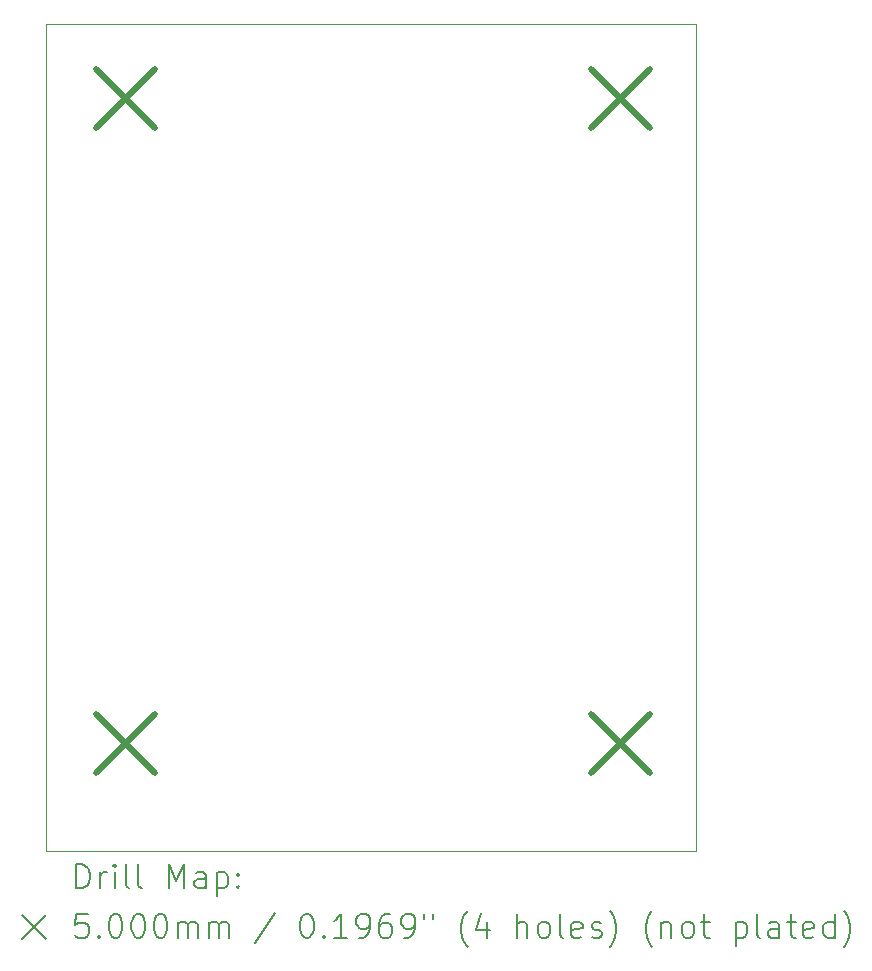
<source format=gbr>
%TF.GenerationSoftware,KiCad,Pcbnew,7.0.7*%
%TF.CreationDate,2023-11-10T11:02:05-07:00*%
%TF.ProjectId,RatGDO-OpenSource-D1Mini-ESP32,52617447-444f-42d4-9f70-656e536f7572,rev?*%
%TF.SameCoordinates,Original*%
%TF.FileFunction,Drillmap*%
%TF.FilePolarity,Positive*%
%FSLAX45Y45*%
G04 Gerber Fmt 4.5, Leading zero omitted, Abs format (unit mm)*
G04 Created by KiCad (PCBNEW 7.0.7) date 2023-11-10 11:02:05*
%MOMM*%
%LPD*%
G01*
G04 APERTURE LIST*
%ADD10C,0.100000*%
%ADD11C,0.200000*%
%ADD12C,0.500000*%
G04 APERTURE END LIST*
D10*
X11391000Y-5715000D02*
X16891000Y-5715000D01*
X16891000Y-12715000D01*
X11391000Y-12715000D01*
X11391000Y-5715000D01*
D11*
D12*
X11815000Y-6100000D02*
X12315000Y-6600000D01*
X12315000Y-6100000D02*
X11815000Y-6600000D01*
X11815000Y-11561000D02*
X12315000Y-12061000D01*
X12315000Y-11561000D02*
X11815000Y-12061000D01*
X16006000Y-6100000D02*
X16506000Y-6600000D01*
X16506000Y-6100000D02*
X16006000Y-6600000D01*
X16006000Y-11561000D02*
X16506000Y-12061000D01*
X16506000Y-11561000D02*
X16006000Y-12061000D01*
D11*
X11646777Y-13031484D02*
X11646777Y-12831484D01*
X11646777Y-12831484D02*
X11694396Y-12831484D01*
X11694396Y-12831484D02*
X11722967Y-12841008D01*
X11722967Y-12841008D02*
X11742015Y-12860055D01*
X11742015Y-12860055D02*
X11751539Y-12879103D01*
X11751539Y-12879103D02*
X11761062Y-12917198D01*
X11761062Y-12917198D02*
X11761062Y-12945769D01*
X11761062Y-12945769D02*
X11751539Y-12983865D01*
X11751539Y-12983865D02*
X11742015Y-13002912D01*
X11742015Y-13002912D02*
X11722967Y-13021960D01*
X11722967Y-13021960D02*
X11694396Y-13031484D01*
X11694396Y-13031484D02*
X11646777Y-13031484D01*
X11846777Y-13031484D02*
X11846777Y-12898150D01*
X11846777Y-12936246D02*
X11856301Y-12917198D01*
X11856301Y-12917198D02*
X11865824Y-12907674D01*
X11865824Y-12907674D02*
X11884872Y-12898150D01*
X11884872Y-12898150D02*
X11903920Y-12898150D01*
X11970586Y-13031484D02*
X11970586Y-12898150D01*
X11970586Y-12831484D02*
X11961062Y-12841008D01*
X11961062Y-12841008D02*
X11970586Y-12850531D01*
X11970586Y-12850531D02*
X11980110Y-12841008D01*
X11980110Y-12841008D02*
X11970586Y-12831484D01*
X11970586Y-12831484D02*
X11970586Y-12850531D01*
X12094396Y-13031484D02*
X12075348Y-13021960D01*
X12075348Y-13021960D02*
X12065824Y-13002912D01*
X12065824Y-13002912D02*
X12065824Y-12831484D01*
X12199158Y-13031484D02*
X12180110Y-13021960D01*
X12180110Y-13021960D02*
X12170586Y-13002912D01*
X12170586Y-13002912D02*
X12170586Y-12831484D01*
X12427729Y-13031484D02*
X12427729Y-12831484D01*
X12427729Y-12831484D02*
X12494396Y-12974341D01*
X12494396Y-12974341D02*
X12561062Y-12831484D01*
X12561062Y-12831484D02*
X12561062Y-13031484D01*
X12742015Y-13031484D02*
X12742015Y-12926722D01*
X12742015Y-12926722D02*
X12732491Y-12907674D01*
X12732491Y-12907674D02*
X12713443Y-12898150D01*
X12713443Y-12898150D02*
X12675348Y-12898150D01*
X12675348Y-12898150D02*
X12656301Y-12907674D01*
X12742015Y-13021960D02*
X12722967Y-13031484D01*
X12722967Y-13031484D02*
X12675348Y-13031484D01*
X12675348Y-13031484D02*
X12656301Y-13021960D01*
X12656301Y-13021960D02*
X12646777Y-13002912D01*
X12646777Y-13002912D02*
X12646777Y-12983865D01*
X12646777Y-12983865D02*
X12656301Y-12964817D01*
X12656301Y-12964817D02*
X12675348Y-12955293D01*
X12675348Y-12955293D02*
X12722967Y-12955293D01*
X12722967Y-12955293D02*
X12742015Y-12945769D01*
X12837253Y-12898150D02*
X12837253Y-13098150D01*
X12837253Y-12907674D02*
X12856301Y-12898150D01*
X12856301Y-12898150D02*
X12894396Y-12898150D01*
X12894396Y-12898150D02*
X12913443Y-12907674D01*
X12913443Y-12907674D02*
X12922967Y-12917198D01*
X12922967Y-12917198D02*
X12932491Y-12936246D01*
X12932491Y-12936246D02*
X12932491Y-12993388D01*
X12932491Y-12993388D02*
X12922967Y-13012436D01*
X12922967Y-13012436D02*
X12913443Y-13021960D01*
X12913443Y-13021960D02*
X12894396Y-13031484D01*
X12894396Y-13031484D02*
X12856301Y-13031484D01*
X12856301Y-13031484D02*
X12837253Y-13021960D01*
X13018205Y-13012436D02*
X13027729Y-13021960D01*
X13027729Y-13021960D02*
X13018205Y-13031484D01*
X13018205Y-13031484D02*
X13008682Y-13021960D01*
X13008682Y-13021960D02*
X13018205Y-13012436D01*
X13018205Y-13012436D02*
X13018205Y-13031484D01*
X13018205Y-12907674D02*
X13027729Y-12917198D01*
X13027729Y-12917198D02*
X13018205Y-12926722D01*
X13018205Y-12926722D02*
X13008682Y-12917198D01*
X13008682Y-12917198D02*
X13018205Y-12907674D01*
X13018205Y-12907674D02*
X13018205Y-12926722D01*
X11186000Y-13260000D02*
X11386000Y-13460000D01*
X11386000Y-13260000D02*
X11186000Y-13460000D01*
X11742015Y-13251484D02*
X11646777Y-13251484D01*
X11646777Y-13251484D02*
X11637253Y-13346722D01*
X11637253Y-13346722D02*
X11646777Y-13337198D01*
X11646777Y-13337198D02*
X11665824Y-13327674D01*
X11665824Y-13327674D02*
X11713443Y-13327674D01*
X11713443Y-13327674D02*
X11732491Y-13337198D01*
X11732491Y-13337198D02*
X11742015Y-13346722D01*
X11742015Y-13346722D02*
X11751539Y-13365769D01*
X11751539Y-13365769D02*
X11751539Y-13413388D01*
X11751539Y-13413388D02*
X11742015Y-13432436D01*
X11742015Y-13432436D02*
X11732491Y-13441960D01*
X11732491Y-13441960D02*
X11713443Y-13451484D01*
X11713443Y-13451484D02*
X11665824Y-13451484D01*
X11665824Y-13451484D02*
X11646777Y-13441960D01*
X11646777Y-13441960D02*
X11637253Y-13432436D01*
X11837253Y-13432436D02*
X11846777Y-13441960D01*
X11846777Y-13441960D02*
X11837253Y-13451484D01*
X11837253Y-13451484D02*
X11827729Y-13441960D01*
X11827729Y-13441960D02*
X11837253Y-13432436D01*
X11837253Y-13432436D02*
X11837253Y-13451484D01*
X11970586Y-13251484D02*
X11989634Y-13251484D01*
X11989634Y-13251484D02*
X12008682Y-13261008D01*
X12008682Y-13261008D02*
X12018205Y-13270531D01*
X12018205Y-13270531D02*
X12027729Y-13289579D01*
X12027729Y-13289579D02*
X12037253Y-13327674D01*
X12037253Y-13327674D02*
X12037253Y-13375293D01*
X12037253Y-13375293D02*
X12027729Y-13413388D01*
X12027729Y-13413388D02*
X12018205Y-13432436D01*
X12018205Y-13432436D02*
X12008682Y-13441960D01*
X12008682Y-13441960D02*
X11989634Y-13451484D01*
X11989634Y-13451484D02*
X11970586Y-13451484D01*
X11970586Y-13451484D02*
X11951539Y-13441960D01*
X11951539Y-13441960D02*
X11942015Y-13432436D01*
X11942015Y-13432436D02*
X11932491Y-13413388D01*
X11932491Y-13413388D02*
X11922967Y-13375293D01*
X11922967Y-13375293D02*
X11922967Y-13327674D01*
X11922967Y-13327674D02*
X11932491Y-13289579D01*
X11932491Y-13289579D02*
X11942015Y-13270531D01*
X11942015Y-13270531D02*
X11951539Y-13261008D01*
X11951539Y-13261008D02*
X11970586Y-13251484D01*
X12161062Y-13251484D02*
X12180110Y-13251484D01*
X12180110Y-13251484D02*
X12199158Y-13261008D01*
X12199158Y-13261008D02*
X12208682Y-13270531D01*
X12208682Y-13270531D02*
X12218205Y-13289579D01*
X12218205Y-13289579D02*
X12227729Y-13327674D01*
X12227729Y-13327674D02*
X12227729Y-13375293D01*
X12227729Y-13375293D02*
X12218205Y-13413388D01*
X12218205Y-13413388D02*
X12208682Y-13432436D01*
X12208682Y-13432436D02*
X12199158Y-13441960D01*
X12199158Y-13441960D02*
X12180110Y-13451484D01*
X12180110Y-13451484D02*
X12161062Y-13451484D01*
X12161062Y-13451484D02*
X12142015Y-13441960D01*
X12142015Y-13441960D02*
X12132491Y-13432436D01*
X12132491Y-13432436D02*
X12122967Y-13413388D01*
X12122967Y-13413388D02*
X12113443Y-13375293D01*
X12113443Y-13375293D02*
X12113443Y-13327674D01*
X12113443Y-13327674D02*
X12122967Y-13289579D01*
X12122967Y-13289579D02*
X12132491Y-13270531D01*
X12132491Y-13270531D02*
X12142015Y-13261008D01*
X12142015Y-13261008D02*
X12161062Y-13251484D01*
X12351539Y-13251484D02*
X12370586Y-13251484D01*
X12370586Y-13251484D02*
X12389634Y-13261008D01*
X12389634Y-13261008D02*
X12399158Y-13270531D01*
X12399158Y-13270531D02*
X12408682Y-13289579D01*
X12408682Y-13289579D02*
X12418205Y-13327674D01*
X12418205Y-13327674D02*
X12418205Y-13375293D01*
X12418205Y-13375293D02*
X12408682Y-13413388D01*
X12408682Y-13413388D02*
X12399158Y-13432436D01*
X12399158Y-13432436D02*
X12389634Y-13441960D01*
X12389634Y-13441960D02*
X12370586Y-13451484D01*
X12370586Y-13451484D02*
X12351539Y-13451484D01*
X12351539Y-13451484D02*
X12332491Y-13441960D01*
X12332491Y-13441960D02*
X12322967Y-13432436D01*
X12322967Y-13432436D02*
X12313443Y-13413388D01*
X12313443Y-13413388D02*
X12303920Y-13375293D01*
X12303920Y-13375293D02*
X12303920Y-13327674D01*
X12303920Y-13327674D02*
X12313443Y-13289579D01*
X12313443Y-13289579D02*
X12322967Y-13270531D01*
X12322967Y-13270531D02*
X12332491Y-13261008D01*
X12332491Y-13261008D02*
X12351539Y-13251484D01*
X12503920Y-13451484D02*
X12503920Y-13318150D01*
X12503920Y-13337198D02*
X12513443Y-13327674D01*
X12513443Y-13327674D02*
X12532491Y-13318150D01*
X12532491Y-13318150D02*
X12561063Y-13318150D01*
X12561063Y-13318150D02*
X12580110Y-13327674D01*
X12580110Y-13327674D02*
X12589634Y-13346722D01*
X12589634Y-13346722D02*
X12589634Y-13451484D01*
X12589634Y-13346722D02*
X12599158Y-13327674D01*
X12599158Y-13327674D02*
X12618205Y-13318150D01*
X12618205Y-13318150D02*
X12646777Y-13318150D01*
X12646777Y-13318150D02*
X12665824Y-13327674D01*
X12665824Y-13327674D02*
X12675348Y-13346722D01*
X12675348Y-13346722D02*
X12675348Y-13451484D01*
X12770586Y-13451484D02*
X12770586Y-13318150D01*
X12770586Y-13337198D02*
X12780110Y-13327674D01*
X12780110Y-13327674D02*
X12799158Y-13318150D01*
X12799158Y-13318150D02*
X12827729Y-13318150D01*
X12827729Y-13318150D02*
X12846777Y-13327674D01*
X12846777Y-13327674D02*
X12856301Y-13346722D01*
X12856301Y-13346722D02*
X12856301Y-13451484D01*
X12856301Y-13346722D02*
X12865824Y-13327674D01*
X12865824Y-13327674D02*
X12884872Y-13318150D01*
X12884872Y-13318150D02*
X12913443Y-13318150D01*
X12913443Y-13318150D02*
X12932491Y-13327674D01*
X12932491Y-13327674D02*
X12942015Y-13346722D01*
X12942015Y-13346722D02*
X12942015Y-13451484D01*
X13332491Y-13241960D02*
X13161063Y-13499103D01*
X13589634Y-13251484D02*
X13608682Y-13251484D01*
X13608682Y-13251484D02*
X13627729Y-13261008D01*
X13627729Y-13261008D02*
X13637253Y-13270531D01*
X13637253Y-13270531D02*
X13646777Y-13289579D01*
X13646777Y-13289579D02*
X13656301Y-13327674D01*
X13656301Y-13327674D02*
X13656301Y-13375293D01*
X13656301Y-13375293D02*
X13646777Y-13413388D01*
X13646777Y-13413388D02*
X13637253Y-13432436D01*
X13637253Y-13432436D02*
X13627729Y-13441960D01*
X13627729Y-13441960D02*
X13608682Y-13451484D01*
X13608682Y-13451484D02*
X13589634Y-13451484D01*
X13589634Y-13451484D02*
X13570586Y-13441960D01*
X13570586Y-13441960D02*
X13561063Y-13432436D01*
X13561063Y-13432436D02*
X13551539Y-13413388D01*
X13551539Y-13413388D02*
X13542015Y-13375293D01*
X13542015Y-13375293D02*
X13542015Y-13327674D01*
X13542015Y-13327674D02*
X13551539Y-13289579D01*
X13551539Y-13289579D02*
X13561063Y-13270531D01*
X13561063Y-13270531D02*
X13570586Y-13261008D01*
X13570586Y-13261008D02*
X13589634Y-13251484D01*
X13742015Y-13432436D02*
X13751539Y-13441960D01*
X13751539Y-13441960D02*
X13742015Y-13451484D01*
X13742015Y-13451484D02*
X13732491Y-13441960D01*
X13732491Y-13441960D02*
X13742015Y-13432436D01*
X13742015Y-13432436D02*
X13742015Y-13451484D01*
X13942015Y-13451484D02*
X13827729Y-13451484D01*
X13884872Y-13451484D02*
X13884872Y-13251484D01*
X13884872Y-13251484D02*
X13865825Y-13280055D01*
X13865825Y-13280055D02*
X13846777Y-13299103D01*
X13846777Y-13299103D02*
X13827729Y-13308627D01*
X14037253Y-13451484D02*
X14075348Y-13451484D01*
X14075348Y-13451484D02*
X14094396Y-13441960D01*
X14094396Y-13441960D02*
X14103920Y-13432436D01*
X14103920Y-13432436D02*
X14122967Y-13403865D01*
X14122967Y-13403865D02*
X14132491Y-13365769D01*
X14132491Y-13365769D02*
X14132491Y-13289579D01*
X14132491Y-13289579D02*
X14122967Y-13270531D01*
X14122967Y-13270531D02*
X14113444Y-13261008D01*
X14113444Y-13261008D02*
X14094396Y-13251484D01*
X14094396Y-13251484D02*
X14056301Y-13251484D01*
X14056301Y-13251484D02*
X14037253Y-13261008D01*
X14037253Y-13261008D02*
X14027729Y-13270531D01*
X14027729Y-13270531D02*
X14018206Y-13289579D01*
X14018206Y-13289579D02*
X14018206Y-13337198D01*
X14018206Y-13337198D02*
X14027729Y-13356246D01*
X14027729Y-13356246D02*
X14037253Y-13365769D01*
X14037253Y-13365769D02*
X14056301Y-13375293D01*
X14056301Y-13375293D02*
X14094396Y-13375293D01*
X14094396Y-13375293D02*
X14113444Y-13365769D01*
X14113444Y-13365769D02*
X14122967Y-13356246D01*
X14122967Y-13356246D02*
X14132491Y-13337198D01*
X14303920Y-13251484D02*
X14265825Y-13251484D01*
X14265825Y-13251484D02*
X14246777Y-13261008D01*
X14246777Y-13261008D02*
X14237253Y-13270531D01*
X14237253Y-13270531D02*
X14218206Y-13299103D01*
X14218206Y-13299103D02*
X14208682Y-13337198D01*
X14208682Y-13337198D02*
X14208682Y-13413388D01*
X14208682Y-13413388D02*
X14218206Y-13432436D01*
X14218206Y-13432436D02*
X14227729Y-13441960D01*
X14227729Y-13441960D02*
X14246777Y-13451484D01*
X14246777Y-13451484D02*
X14284872Y-13451484D01*
X14284872Y-13451484D02*
X14303920Y-13441960D01*
X14303920Y-13441960D02*
X14313444Y-13432436D01*
X14313444Y-13432436D02*
X14322967Y-13413388D01*
X14322967Y-13413388D02*
X14322967Y-13365769D01*
X14322967Y-13365769D02*
X14313444Y-13346722D01*
X14313444Y-13346722D02*
X14303920Y-13337198D01*
X14303920Y-13337198D02*
X14284872Y-13327674D01*
X14284872Y-13327674D02*
X14246777Y-13327674D01*
X14246777Y-13327674D02*
X14227729Y-13337198D01*
X14227729Y-13337198D02*
X14218206Y-13346722D01*
X14218206Y-13346722D02*
X14208682Y-13365769D01*
X14418206Y-13451484D02*
X14456301Y-13451484D01*
X14456301Y-13451484D02*
X14475348Y-13441960D01*
X14475348Y-13441960D02*
X14484872Y-13432436D01*
X14484872Y-13432436D02*
X14503920Y-13403865D01*
X14503920Y-13403865D02*
X14513444Y-13365769D01*
X14513444Y-13365769D02*
X14513444Y-13289579D01*
X14513444Y-13289579D02*
X14503920Y-13270531D01*
X14503920Y-13270531D02*
X14494396Y-13261008D01*
X14494396Y-13261008D02*
X14475348Y-13251484D01*
X14475348Y-13251484D02*
X14437253Y-13251484D01*
X14437253Y-13251484D02*
X14418206Y-13261008D01*
X14418206Y-13261008D02*
X14408682Y-13270531D01*
X14408682Y-13270531D02*
X14399158Y-13289579D01*
X14399158Y-13289579D02*
X14399158Y-13337198D01*
X14399158Y-13337198D02*
X14408682Y-13356246D01*
X14408682Y-13356246D02*
X14418206Y-13365769D01*
X14418206Y-13365769D02*
X14437253Y-13375293D01*
X14437253Y-13375293D02*
X14475348Y-13375293D01*
X14475348Y-13375293D02*
X14494396Y-13365769D01*
X14494396Y-13365769D02*
X14503920Y-13356246D01*
X14503920Y-13356246D02*
X14513444Y-13337198D01*
X14589634Y-13251484D02*
X14589634Y-13289579D01*
X14665825Y-13251484D02*
X14665825Y-13289579D01*
X14961063Y-13527674D02*
X14951539Y-13518150D01*
X14951539Y-13518150D02*
X14932491Y-13489579D01*
X14932491Y-13489579D02*
X14922968Y-13470531D01*
X14922968Y-13470531D02*
X14913444Y-13441960D01*
X14913444Y-13441960D02*
X14903920Y-13394341D01*
X14903920Y-13394341D02*
X14903920Y-13356246D01*
X14903920Y-13356246D02*
X14913444Y-13308627D01*
X14913444Y-13308627D02*
X14922968Y-13280055D01*
X14922968Y-13280055D02*
X14932491Y-13261008D01*
X14932491Y-13261008D02*
X14951539Y-13232436D01*
X14951539Y-13232436D02*
X14961063Y-13222912D01*
X15122968Y-13318150D02*
X15122968Y-13451484D01*
X15075348Y-13241960D02*
X15027729Y-13384817D01*
X15027729Y-13384817D02*
X15151539Y-13384817D01*
X15380110Y-13451484D02*
X15380110Y-13251484D01*
X15465825Y-13451484D02*
X15465825Y-13346722D01*
X15465825Y-13346722D02*
X15456301Y-13327674D01*
X15456301Y-13327674D02*
X15437253Y-13318150D01*
X15437253Y-13318150D02*
X15408682Y-13318150D01*
X15408682Y-13318150D02*
X15389634Y-13327674D01*
X15389634Y-13327674D02*
X15380110Y-13337198D01*
X15589634Y-13451484D02*
X15570587Y-13441960D01*
X15570587Y-13441960D02*
X15561063Y-13432436D01*
X15561063Y-13432436D02*
X15551539Y-13413388D01*
X15551539Y-13413388D02*
X15551539Y-13356246D01*
X15551539Y-13356246D02*
X15561063Y-13337198D01*
X15561063Y-13337198D02*
X15570587Y-13327674D01*
X15570587Y-13327674D02*
X15589634Y-13318150D01*
X15589634Y-13318150D02*
X15618206Y-13318150D01*
X15618206Y-13318150D02*
X15637253Y-13327674D01*
X15637253Y-13327674D02*
X15646777Y-13337198D01*
X15646777Y-13337198D02*
X15656301Y-13356246D01*
X15656301Y-13356246D02*
X15656301Y-13413388D01*
X15656301Y-13413388D02*
X15646777Y-13432436D01*
X15646777Y-13432436D02*
X15637253Y-13441960D01*
X15637253Y-13441960D02*
X15618206Y-13451484D01*
X15618206Y-13451484D02*
X15589634Y-13451484D01*
X15770587Y-13451484D02*
X15751539Y-13441960D01*
X15751539Y-13441960D02*
X15742015Y-13422912D01*
X15742015Y-13422912D02*
X15742015Y-13251484D01*
X15922968Y-13441960D02*
X15903920Y-13451484D01*
X15903920Y-13451484D02*
X15865825Y-13451484D01*
X15865825Y-13451484D02*
X15846777Y-13441960D01*
X15846777Y-13441960D02*
X15837253Y-13422912D01*
X15837253Y-13422912D02*
X15837253Y-13346722D01*
X15837253Y-13346722D02*
X15846777Y-13327674D01*
X15846777Y-13327674D02*
X15865825Y-13318150D01*
X15865825Y-13318150D02*
X15903920Y-13318150D01*
X15903920Y-13318150D02*
X15922968Y-13327674D01*
X15922968Y-13327674D02*
X15932491Y-13346722D01*
X15932491Y-13346722D02*
X15932491Y-13365769D01*
X15932491Y-13365769D02*
X15837253Y-13384817D01*
X16008682Y-13441960D02*
X16027730Y-13451484D01*
X16027730Y-13451484D02*
X16065825Y-13451484D01*
X16065825Y-13451484D02*
X16084872Y-13441960D01*
X16084872Y-13441960D02*
X16094396Y-13422912D01*
X16094396Y-13422912D02*
X16094396Y-13413388D01*
X16094396Y-13413388D02*
X16084872Y-13394341D01*
X16084872Y-13394341D02*
X16065825Y-13384817D01*
X16065825Y-13384817D02*
X16037253Y-13384817D01*
X16037253Y-13384817D02*
X16018206Y-13375293D01*
X16018206Y-13375293D02*
X16008682Y-13356246D01*
X16008682Y-13356246D02*
X16008682Y-13346722D01*
X16008682Y-13346722D02*
X16018206Y-13327674D01*
X16018206Y-13327674D02*
X16037253Y-13318150D01*
X16037253Y-13318150D02*
X16065825Y-13318150D01*
X16065825Y-13318150D02*
X16084872Y-13327674D01*
X16161063Y-13527674D02*
X16170587Y-13518150D01*
X16170587Y-13518150D02*
X16189634Y-13489579D01*
X16189634Y-13489579D02*
X16199158Y-13470531D01*
X16199158Y-13470531D02*
X16208682Y-13441960D01*
X16208682Y-13441960D02*
X16218206Y-13394341D01*
X16218206Y-13394341D02*
X16218206Y-13356246D01*
X16218206Y-13356246D02*
X16208682Y-13308627D01*
X16208682Y-13308627D02*
X16199158Y-13280055D01*
X16199158Y-13280055D02*
X16189634Y-13261008D01*
X16189634Y-13261008D02*
X16170587Y-13232436D01*
X16170587Y-13232436D02*
X16161063Y-13222912D01*
X16522968Y-13527674D02*
X16513444Y-13518150D01*
X16513444Y-13518150D02*
X16494396Y-13489579D01*
X16494396Y-13489579D02*
X16484872Y-13470531D01*
X16484872Y-13470531D02*
X16475349Y-13441960D01*
X16475349Y-13441960D02*
X16465825Y-13394341D01*
X16465825Y-13394341D02*
X16465825Y-13356246D01*
X16465825Y-13356246D02*
X16475349Y-13308627D01*
X16475349Y-13308627D02*
X16484872Y-13280055D01*
X16484872Y-13280055D02*
X16494396Y-13261008D01*
X16494396Y-13261008D02*
X16513444Y-13232436D01*
X16513444Y-13232436D02*
X16522968Y-13222912D01*
X16599158Y-13318150D02*
X16599158Y-13451484D01*
X16599158Y-13337198D02*
X16608682Y-13327674D01*
X16608682Y-13327674D02*
X16627730Y-13318150D01*
X16627730Y-13318150D02*
X16656301Y-13318150D01*
X16656301Y-13318150D02*
X16675349Y-13327674D01*
X16675349Y-13327674D02*
X16684872Y-13346722D01*
X16684872Y-13346722D02*
X16684872Y-13451484D01*
X16808682Y-13451484D02*
X16789634Y-13441960D01*
X16789634Y-13441960D02*
X16780111Y-13432436D01*
X16780111Y-13432436D02*
X16770587Y-13413388D01*
X16770587Y-13413388D02*
X16770587Y-13356246D01*
X16770587Y-13356246D02*
X16780111Y-13337198D01*
X16780111Y-13337198D02*
X16789634Y-13327674D01*
X16789634Y-13327674D02*
X16808682Y-13318150D01*
X16808682Y-13318150D02*
X16837254Y-13318150D01*
X16837254Y-13318150D02*
X16856301Y-13327674D01*
X16856301Y-13327674D02*
X16865825Y-13337198D01*
X16865825Y-13337198D02*
X16875349Y-13356246D01*
X16875349Y-13356246D02*
X16875349Y-13413388D01*
X16875349Y-13413388D02*
X16865825Y-13432436D01*
X16865825Y-13432436D02*
X16856301Y-13441960D01*
X16856301Y-13441960D02*
X16837254Y-13451484D01*
X16837254Y-13451484D02*
X16808682Y-13451484D01*
X16932492Y-13318150D02*
X17008682Y-13318150D01*
X16961063Y-13251484D02*
X16961063Y-13422912D01*
X16961063Y-13422912D02*
X16970587Y-13441960D01*
X16970587Y-13441960D02*
X16989634Y-13451484D01*
X16989634Y-13451484D02*
X17008682Y-13451484D01*
X17227730Y-13318150D02*
X17227730Y-13518150D01*
X17227730Y-13327674D02*
X17246777Y-13318150D01*
X17246777Y-13318150D02*
X17284873Y-13318150D01*
X17284873Y-13318150D02*
X17303920Y-13327674D01*
X17303920Y-13327674D02*
X17313444Y-13337198D01*
X17313444Y-13337198D02*
X17322968Y-13356246D01*
X17322968Y-13356246D02*
X17322968Y-13413388D01*
X17322968Y-13413388D02*
X17313444Y-13432436D01*
X17313444Y-13432436D02*
X17303920Y-13441960D01*
X17303920Y-13441960D02*
X17284873Y-13451484D01*
X17284873Y-13451484D02*
X17246777Y-13451484D01*
X17246777Y-13451484D02*
X17227730Y-13441960D01*
X17437254Y-13451484D02*
X17418206Y-13441960D01*
X17418206Y-13441960D02*
X17408682Y-13422912D01*
X17408682Y-13422912D02*
X17408682Y-13251484D01*
X17599158Y-13451484D02*
X17599158Y-13346722D01*
X17599158Y-13346722D02*
X17589635Y-13327674D01*
X17589635Y-13327674D02*
X17570587Y-13318150D01*
X17570587Y-13318150D02*
X17532492Y-13318150D01*
X17532492Y-13318150D02*
X17513444Y-13327674D01*
X17599158Y-13441960D02*
X17580111Y-13451484D01*
X17580111Y-13451484D02*
X17532492Y-13451484D01*
X17532492Y-13451484D02*
X17513444Y-13441960D01*
X17513444Y-13441960D02*
X17503920Y-13422912D01*
X17503920Y-13422912D02*
X17503920Y-13403865D01*
X17503920Y-13403865D02*
X17513444Y-13384817D01*
X17513444Y-13384817D02*
X17532492Y-13375293D01*
X17532492Y-13375293D02*
X17580111Y-13375293D01*
X17580111Y-13375293D02*
X17599158Y-13365769D01*
X17665825Y-13318150D02*
X17742015Y-13318150D01*
X17694396Y-13251484D02*
X17694396Y-13422912D01*
X17694396Y-13422912D02*
X17703920Y-13441960D01*
X17703920Y-13441960D02*
X17722968Y-13451484D01*
X17722968Y-13451484D02*
X17742015Y-13451484D01*
X17884873Y-13441960D02*
X17865825Y-13451484D01*
X17865825Y-13451484D02*
X17827730Y-13451484D01*
X17827730Y-13451484D02*
X17808682Y-13441960D01*
X17808682Y-13441960D02*
X17799158Y-13422912D01*
X17799158Y-13422912D02*
X17799158Y-13346722D01*
X17799158Y-13346722D02*
X17808682Y-13327674D01*
X17808682Y-13327674D02*
X17827730Y-13318150D01*
X17827730Y-13318150D02*
X17865825Y-13318150D01*
X17865825Y-13318150D02*
X17884873Y-13327674D01*
X17884873Y-13327674D02*
X17894396Y-13346722D01*
X17894396Y-13346722D02*
X17894396Y-13365769D01*
X17894396Y-13365769D02*
X17799158Y-13384817D01*
X18065825Y-13451484D02*
X18065825Y-13251484D01*
X18065825Y-13441960D02*
X18046777Y-13451484D01*
X18046777Y-13451484D02*
X18008682Y-13451484D01*
X18008682Y-13451484D02*
X17989635Y-13441960D01*
X17989635Y-13441960D02*
X17980111Y-13432436D01*
X17980111Y-13432436D02*
X17970587Y-13413388D01*
X17970587Y-13413388D02*
X17970587Y-13356246D01*
X17970587Y-13356246D02*
X17980111Y-13337198D01*
X17980111Y-13337198D02*
X17989635Y-13327674D01*
X17989635Y-13327674D02*
X18008682Y-13318150D01*
X18008682Y-13318150D02*
X18046777Y-13318150D01*
X18046777Y-13318150D02*
X18065825Y-13327674D01*
X18142016Y-13527674D02*
X18151539Y-13518150D01*
X18151539Y-13518150D02*
X18170587Y-13489579D01*
X18170587Y-13489579D02*
X18180111Y-13470531D01*
X18180111Y-13470531D02*
X18189635Y-13441960D01*
X18189635Y-13441960D02*
X18199158Y-13394341D01*
X18199158Y-13394341D02*
X18199158Y-13356246D01*
X18199158Y-13356246D02*
X18189635Y-13308627D01*
X18189635Y-13308627D02*
X18180111Y-13280055D01*
X18180111Y-13280055D02*
X18170587Y-13261008D01*
X18170587Y-13261008D02*
X18151539Y-13232436D01*
X18151539Y-13232436D02*
X18142016Y-13222912D01*
M02*

</source>
